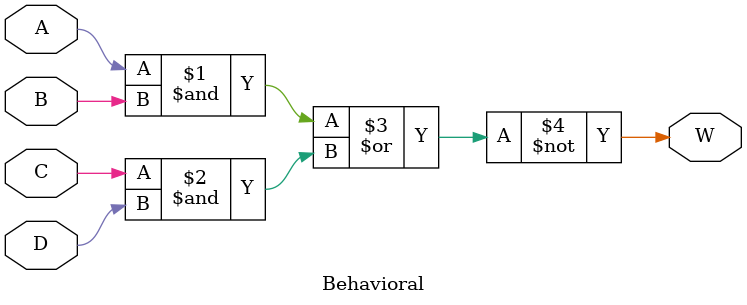
<source format=v>
module Behavioral(
    input A,
    input B,
    input C,
    input D,
    output W
);

    assign W = ~((A & B) | (C & D));

endmodule

</source>
